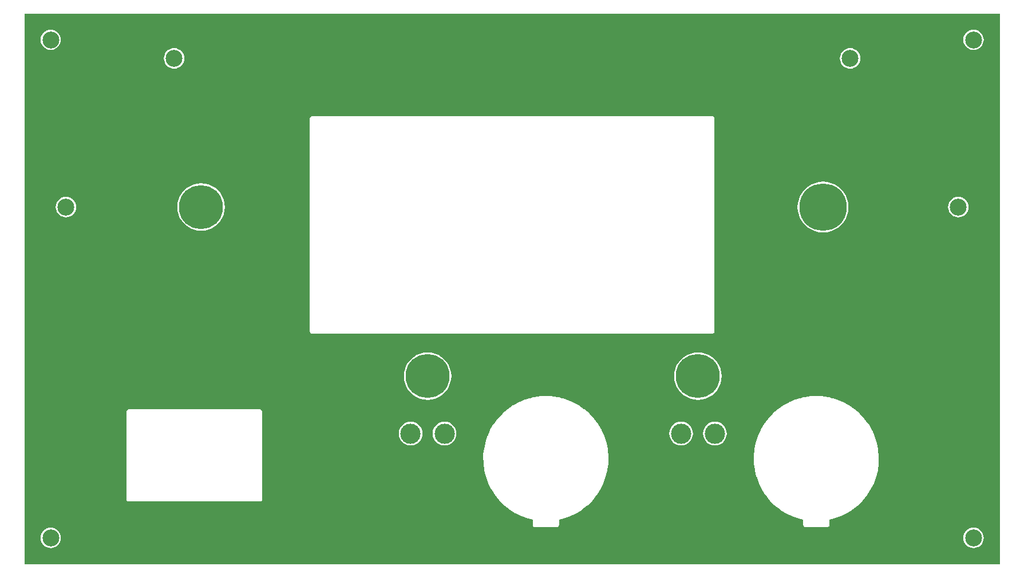
<source format=gbl>
G04*
G04 #@! TF.GenerationSoftware,Altium Limited,Altium Designer,20.1.11 (218)*
G04*
G04 Layer_Physical_Order=2*
G04 Layer_Color=16711680*
%FSLAX25Y25*%
%MOIN*%
G70*
G04*
G04 #@! TF.SameCoordinates,3044359D-6A74-43E1-AAAF-26A8050CFDDE*
G04*
G04*
G04 #@! TF.FilePolarity,Positive*
G04*
G01*
G75*
%ADD15C,0.25591*%
%ADD16C,0.09843*%
%ADD17C,0.27559*%
%ADD18C,0.11811*%
G36*
X551732Y-14725D02*
X-16299Y-14725D01*
X-16299Y306063D01*
X551732Y306063D01*
Y-14725D01*
D02*
G37*
%LPC*%
G36*
X536417Y296698D02*
X535256Y296584D01*
X534140Y296245D01*
X533112Y295695D01*
X532210Y294955D01*
X531470Y294054D01*
X530920Y293025D01*
X530582Y291909D01*
X530467Y290748D01*
X530582Y289587D01*
X530920Y288471D01*
X531470Y287442D01*
X532210Y286541D01*
X533112Y285801D01*
X534140Y285251D01*
X535256Y284912D01*
X536417Y284798D01*
X537578Y284912D01*
X538694Y285251D01*
X539723Y285801D01*
X540624Y286541D01*
X541364Y287442D01*
X541914Y288471D01*
X542253Y289587D01*
X542367Y290748D01*
X542253Y291909D01*
X541914Y293025D01*
X541364Y294054D01*
X540624Y294955D01*
X539723Y295695D01*
X538694Y296245D01*
X537578Y296584D01*
X536417Y296698D01*
D02*
G37*
G36*
X-984Y296698D02*
X-2145Y296584D01*
X-3261Y296245D01*
X-4290Y295695D01*
X-5192Y294955D01*
X-5932Y294054D01*
X-6481Y293025D01*
X-6820Y291909D01*
X-6934Y290748D01*
X-6820Y289587D01*
X-6481Y288471D01*
X-5932Y287442D01*
X-5192Y286541D01*
X-4290Y285801D01*
X-3261Y285251D01*
X-2145Y284912D01*
X-984Y284798D01*
X176Y284912D01*
X1292Y285251D01*
X2321Y285801D01*
X3223Y286541D01*
X3963Y287442D01*
X4513Y288471D01*
X4851Y289587D01*
X4966Y290748D01*
X4851Y291909D01*
X4513Y293025D01*
X3963Y294054D01*
X3223Y294955D01*
X2321Y295695D01*
X1292Y296245D01*
X176Y296584D01*
X-984Y296698D01*
D02*
G37*
G36*
X464567Y285871D02*
X463406Y285757D01*
X462290Y285418D01*
X461261Y284868D01*
X460360Y284128D01*
X459620Y283227D01*
X459070Y282198D01*
X458731Y281082D01*
X458617Y279921D01*
X458731Y278761D01*
X459070Y277644D01*
X459620Y276616D01*
X460360Y275714D01*
X461261Y274974D01*
X462290Y274424D01*
X463406Y274086D01*
X464567Y273971D01*
X465728Y274086D01*
X466844Y274424D01*
X467872Y274974D01*
X468774Y275714D01*
X469514Y276616D01*
X470064Y277644D01*
X470402Y278761D01*
X470517Y279921D01*
X470402Y281082D01*
X470064Y282198D01*
X469514Y283227D01*
X468774Y284128D01*
X467872Y284868D01*
X466844Y285418D01*
X465728Y285757D01*
X464567Y285871D01*
D02*
G37*
G36*
X70866Y285871D02*
X69705Y285757D01*
X68589Y285418D01*
X67560Y284868D01*
X66659Y284128D01*
X65919Y283227D01*
X65369Y282198D01*
X65030Y281082D01*
X64916Y279921D01*
X65030Y278760D01*
X65369Y277644D01*
X65919Y276616D01*
X66659Y275714D01*
X67560Y274974D01*
X68589Y274424D01*
X69705Y274086D01*
X70866Y273971D01*
X72027Y274086D01*
X73143Y274424D01*
X74172Y274974D01*
X75073Y275714D01*
X75813Y276616D01*
X76363Y277644D01*
X76702Y278760D01*
X76816Y279921D01*
X76702Y281082D01*
X76363Y282198D01*
X75813Y283227D01*
X75073Y284128D01*
X74172Y284868D01*
X73143Y285418D01*
X72027Y285757D01*
X70866Y285871D01*
D02*
G37*
G36*
X384055Y246303D02*
Y246299D01*
X151378Y246299D01*
Y246303D01*
X150834Y246195D01*
X150373Y245887D01*
X150065Y245426D01*
X149957Y244882D01*
X149961D01*
X149961Y120905D01*
X149957D01*
X150065Y120362D01*
X150373Y119901D01*
X150834Y119592D01*
X151378Y119484D01*
Y119488D01*
X384055Y119488D01*
Y119484D01*
X384599Y119593D01*
X385060Y119901D01*
X385368Y120362D01*
X385476Y120905D01*
X385472D01*
X385472Y244882D01*
X385476D01*
X385368Y245426D01*
X385060Y245887D01*
X384599Y246195D01*
X384055Y246303D01*
D02*
G37*
G36*
X527559Y199257D02*
X526398Y199143D01*
X525282Y198804D01*
X524253Y198254D01*
X523352Y197514D01*
X522612Y196613D01*
X522062Y195584D01*
X521723Y194468D01*
X521609Y193307D01*
X521723Y192146D01*
X522062Y191030D01*
X522612Y190001D01*
X523352Y189100D01*
X524253Y188360D01*
X525282Y187810D01*
X526398Y187471D01*
X527559Y187357D01*
X528720Y187471D01*
X529836Y187810D01*
X530864Y188360D01*
X531766Y189100D01*
X532506Y190001D01*
X533056Y191030D01*
X533394Y192146D01*
X533509Y193307D01*
X533394Y194468D01*
X533056Y195584D01*
X532506Y196613D01*
X531766Y197514D01*
X530864Y198254D01*
X529836Y198804D01*
X528720Y199143D01*
X527559Y199257D01*
D02*
G37*
G36*
X7874Y199257D02*
X6713Y199143D01*
X5597Y198804D01*
X4568Y198254D01*
X3667Y197514D01*
X2927Y196613D01*
X2377Y195584D01*
X2038Y194468D01*
X1924Y193307D01*
X2038Y192146D01*
X2377Y191030D01*
X2927Y190001D01*
X3667Y189100D01*
X4568Y188360D01*
X5597Y187810D01*
X6713Y187471D01*
X7874Y187357D01*
X9035Y187471D01*
X10151Y187810D01*
X11180Y188360D01*
X12081Y189100D01*
X12821Y190001D01*
X13371Y191030D01*
X13710Y192146D01*
X13824Y193307D01*
X13710Y194468D01*
X13371Y195584D01*
X12821Y196613D01*
X12081Y197514D01*
X11180Y198254D01*
X10151Y198804D01*
X9035Y199143D01*
X7874Y199257D01*
D02*
G37*
G36*
X86614Y207145D02*
X84449Y206975D01*
X82338Y206468D01*
X80332Y205637D01*
X78480Y204502D01*
X76829Y203092D01*
X75419Y201441D01*
X74284Y199589D01*
X73453Y197583D01*
X72947Y195472D01*
X72776Y193307D01*
X72947Y191142D01*
X73453Y189031D01*
X74284Y187025D01*
X75419Y185173D01*
X76829Y183522D01*
X78480Y182112D01*
X80332Y180977D01*
X82338Y180146D01*
X84449Y179639D01*
X86614Y179469D01*
X88779Y179639D01*
X90890Y180146D01*
X92896Y180977D01*
X94748Y182112D01*
X96399Y183522D01*
X97809Y185173D01*
X98944Y187025D01*
X99775Y189031D01*
X100282Y191142D01*
X100452Y193307D01*
X100282Y195472D01*
X99775Y197583D01*
X98944Y199589D01*
X97809Y201441D01*
X96399Y203092D01*
X94748Y204502D01*
X92896Y205637D01*
X90890Y206468D01*
X88779Y206975D01*
X86614Y207145D01*
D02*
G37*
G36*
X448819Y208132D02*
X446500Y207950D01*
X444238Y207407D01*
X442088Y206517D01*
X440105Y205301D01*
X438336Y203790D01*
X436825Y202021D01*
X435609Y200038D01*
X434719Y197888D01*
X434176Y195626D01*
X433994Y193307D01*
X434176Y190988D01*
X434719Y188726D01*
X435609Y186577D01*
X436825Y184593D01*
X438336Y182824D01*
X440105Y181313D01*
X442088Y180098D01*
X444238Y179207D01*
X446500Y178664D01*
X448819Y178482D01*
X451138Y178664D01*
X453400Y179207D01*
X455549Y180098D01*
X457533Y181313D01*
X459302Y182824D01*
X460813Y184593D01*
X462028Y186577D01*
X462918Y188726D01*
X463461Y190988D01*
X463644Y193307D01*
X463461Y195626D01*
X462918Y197888D01*
X462028Y200038D01*
X460813Y202021D01*
X459302Y203790D01*
X457533Y205301D01*
X455549Y206517D01*
X453400Y207407D01*
X451138Y207950D01*
X448819Y208132D01*
D02*
G37*
G36*
X444882Y83311D02*
X444831Y83301D01*
X444803Y83305D01*
X440967Y83094D01*
X440965Y83094D01*
X440963Y83094D01*
X440962Y83094D01*
X440888Y83074D01*
X440811Y83077D01*
X437019Y82447D01*
X436950Y82421D01*
X436878Y82416D01*
X436878Y82416D01*
X436876Y82415D01*
X436874Y82415D01*
X436873Y82415D01*
X436870Y82413D01*
X436867Y82413D01*
X433482Y81460D01*
X433167Y81371D01*
X433013Y81321D01*
X432550Y81131D01*
X429919Y80067D01*
X429455Y79882D01*
X429443Y79879D01*
X429425Y79867D01*
X429322Y79818D01*
X429322Y79818D01*
X429321Y79818D01*
X429320Y79817D01*
X429314Y79814D01*
X429027Y79659D01*
X425931Y77992D01*
X425930Y77991D01*
X425929Y77991D01*
X425928Y77991D01*
X425868Y77941D01*
X425840Y77928D01*
X425796Y77910D01*
X422634Y75729D01*
X422633Y75728D01*
X422633Y75728D01*
X422632Y75727D01*
X422577Y75671D01*
X422510Y75633D01*
X419603Y73117D01*
X419579Y73086D01*
X419526Y73050D01*
X419505Y73018D01*
X419491Y73009D01*
X416878Y70190D01*
X416840Y70127D01*
X416785Y70079D01*
X416785Y70079D01*
X416783Y70073D01*
X416778Y70070D01*
X414490Y66982D01*
X414489Y66979D01*
X414487Y66977D01*
X414486Y66977D01*
X414454Y66908D01*
X414404Y66852D01*
X412467Y63531D01*
X412442Y63457D01*
X412397Y63393D01*
X412396Y63392D01*
X412396Y63392D01*
X412396Y63392D01*
X410836Y59882D01*
X410836Y59882D01*
X410836Y59881D01*
X410834Y59873D01*
X410817Y59848D01*
X410803Y59776D01*
X410780Y59734D01*
X409613Y56073D01*
X409613Y56072D01*
X409613Y56071D01*
X409612Y56069D01*
X409603Y55992D01*
X409594Y55970D01*
X409574Y55920D01*
X408815Y52154D01*
Y52153D01*
X408815Y52152D01*
X408815Y52151D01*
X408814Y52078D01*
X408793Y52008D01*
X408793Y52007D01*
X408794Y52003D01*
X408793Y51998D01*
X408451Y48170D01*
X408452Y48166D01*
X408450Y48162D01*
X408450Y48161D01*
X408456Y48115D01*
X408442Y48044D01*
X408447Y48019D01*
X408446Y48014D01*
X408526Y44171D01*
X408543Y44095D01*
X408537Y44017D01*
X408538Y44016D01*
X408538Y44015D01*
X408538Y44015D01*
X409038Y40205D01*
X409063Y40130D01*
X409067Y40052D01*
X409982Y36318D01*
X410015Y36247D01*
X410027Y36169D01*
X411346Y32558D01*
X411356Y32541D01*
X411364Y32500D01*
X411393Y32457D01*
X411400Y32429D01*
X411401Y32429D01*
X411405Y32422D01*
X411407Y32415D01*
X413113Y28971D01*
X413115Y28969D01*
X413115Y28967D01*
X413115Y28966D01*
X413162Y28906D01*
X413190Y28835D01*
X413191Y28834D01*
X413191Y28834D01*
X415263Y25598D01*
X415263Y25598D01*
X415263Y25598D01*
X415264Y25597D01*
X415318Y25541D01*
X415354Y25472D01*
X417563Y22736D01*
X417769Y22481D01*
X417861Y22376D01*
X417867Y22367D01*
X417872Y22364D01*
X418228Y22014D01*
X420602Y19658D01*
X420600Y19656D01*
X420718Y19555D01*
X420974Y19351D01*
X420975Y19350D01*
X420976Y19350D01*
X423727Y17162D01*
X423794Y17127D01*
X423848Y17076D01*
X423849Y17075D01*
X423852Y17074D01*
X423854Y17071D01*
X427106Y15023D01*
X427107Y15023D01*
X427108Y15022D01*
X427109Y15022D01*
X427179Y14995D01*
X427239Y14949D01*
X427241Y14948D01*
X427242Y14948D01*
X427244Y14947D01*
X430699Y13268D01*
X430730Y13260D01*
X430776Y13229D01*
X430822Y13220D01*
X430844Y13207D01*
X434465Y11916D01*
X434542Y11904D01*
X434614Y11872D01*
X437264Y11243D01*
Y8268D01*
X437260D01*
X437368Y7724D01*
X437676Y7263D01*
X438137Y6955D01*
X438681Y6847D01*
Y6850D01*
X451083D01*
Y6847D01*
X451626Y6955D01*
X452087Y7263D01*
X452395Y7724D01*
X452504Y8268D01*
X452500D01*
Y11243D01*
X455150Y11872D01*
X455222Y11904D01*
X455299Y11916D01*
X458920Y13207D01*
X458941Y13220D01*
X458988Y13229D01*
X459034Y13260D01*
X459064Y13268D01*
X459065Y13268D01*
X459065Y13268D01*
X459067Y13269D01*
X459067Y13269D01*
X462520Y14947D01*
X462521Y14948D01*
X462523Y14948D01*
X462524Y14949D01*
X462584Y14995D01*
X462655Y15022D01*
X462655Y15022D01*
X462656Y15023D01*
X462657Y15023D01*
X465909Y17071D01*
X465912Y17074D01*
X465915Y17075D01*
X465916Y17076D01*
X465970Y17127D01*
X466037Y17162D01*
X468788Y19350D01*
X468788Y19350D01*
X468789Y19351D01*
X469045Y19555D01*
X469164Y19656D01*
X469162Y19658D01*
X471535Y22014D01*
X471892Y22364D01*
X471897Y22367D01*
X471903Y22376D01*
X471994Y22481D01*
X472200Y22736D01*
X474410Y25472D01*
X474446Y25541D01*
X474500Y25597D01*
X474500Y25598D01*
X474501Y25598D01*
X474501Y25598D01*
X476574Y28835D01*
X476602Y28906D01*
X476648Y28966D01*
X476649Y28967D01*
X476649Y28969D01*
X476651Y28971D01*
X478357Y32415D01*
X478359Y32423D01*
X478363Y32429D01*
X478363Y32429D01*
X478370Y32457D01*
X478400Y32500D01*
X478408Y32541D01*
X478418Y32558D01*
X479737Y36169D01*
X479748Y36247D01*
X479782Y36318D01*
X480697Y40052D01*
X480700Y40129D01*
X480725Y40203D01*
X480725Y40205D01*
X480725Y40205D01*
X480726Y40205D01*
X481187Y43722D01*
X481226Y44015D01*
X481226Y44015D01*
X481226Y44016D01*
X481242Y44201D01*
X481249Y44698D01*
X481318Y48014D01*
X481317Y48019D01*
X481322Y48044D01*
X481308Y48115D01*
X481313Y48161D01*
X481313Y48162D01*
X481312Y48166D01*
X481312Y48170D01*
X480971Y51998D01*
X480970Y52003D01*
X480970Y52007D01*
X480970Y52008D01*
X480949Y52078D01*
X480949Y52151D01*
X480949Y52152D01*
X480948Y52153D01*
Y52154D01*
X480190Y55920D01*
X480169Y55970D01*
X480160Y55992D01*
X480152Y56069D01*
X480151Y56071D01*
X480151Y56072D01*
X480151Y56073D01*
X478984Y59734D01*
X478982Y59737D01*
X478961Y59776D01*
X478946Y59848D01*
X478930Y59873D01*
X478928Y59881D01*
X478928Y59882D01*
X478927Y59882D01*
X477367Y63392D01*
X477367Y63392D01*
X477367Y63392D01*
X477367Y63393D01*
X477322Y63457D01*
X477296Y63531D01*
X475359Y66852D01*
X475309Y66908D01*
X475277Y66977D01*
X475277Y66977D01*
X475275Y66979D01*
X475273Y66982D01*
X472985Y70070D01*
X472981Y70073D01*
X472978Y70079D01*
X472978Y70079D01*
X472924Y70127D01*
X472886Y70190D01*
X470272Y73009D01*
X470259Y73018D01*
X470238Y73050D01*
X470185Y73086D01*
X470160Y73117D01*
X467254Y75633D01*
X467185Y75672D01*
X467131Y75728D01*
X463966Y77910D01*
X463895Y77941D01*
X463835Y77991D01*
X463835Y77991D01*
X463834Y77991D01*
X463833Y77992D01*
X460731Y79662D01*
X460449Y79814D01*
X460443Y79817D01*
X460442Y79818D01*
X460442Y79818D01*
X460442Y79818D01*
X460345Y79863D01*
X460321Y79879D01*
X460302Y79883D01*
X459840Y80069D01*
X456752Y81318D01*
X456751Y81321D01*
X456596Y81371D01*
X456287Y81458D01*
X452897Y82413D01*
X452893Y82413D01*
X452890Y82415D01*
X452890Y82415D01*
X452888Y82415D01*
X452886Y82416D01*
X452885Y82416D01*
X452813Y82421D01*
X452745Y82447D01*
X448952Y83077D01*
X448876Y83074D01*
X448802Y83094D01*
X448801Y83094D01*
X448799Y83094D01*
X448797Y83094D01*
X444961Y83305D01*
X444933Y83301D01*
X444882Y83311D01*
D02*
G37*
G36*
X287402Y83311D02*
X287351Y83301D01*
X287322Y83305D01*
X283487Y83094D01*
X283484Y83093D01*
X283482Y83094D01*
X283481Y83094D01*
X283407Y83074D01*
X283331Y83077D01*
X279538Y82447D01*
X279470Y82421D01*
X279398Y82416D01*
X279398Y82416D01*
X279396Y82415D01*
X279394Y82415D01*
X279393Y82415D01*
X279390Y82413D01*
X279386Y82413D01*
X276002Y81460D01*
X275687Y81371D01*
X275532Y81321D01*
X275070Y81131D01*
X272439Y80067D01*
X271975Y79882D01*
X271963Y79879D01*
X271944Y79867D01*
X271834Y79814D01*
X271546Y79659D01*
X268450Y77991D01*
X268389Y77942D01*
X268317Y77910D01*
X265153Y75728D01*
X265098Y75672D01*
X265030Y75633D01*
X262123Y73117D01*
X262099Y73086D01*
X262046Y73050D01*
X262024Y73018D01*
X262011Y73009D01*
X259398Y70190D01*
X259393Y70182D01*
X259386Y70176D01*
X259385Y70176D01*
X259385Y70175D01*
X259383Y70174D01*
X259383Y70174D01*
X259352Y70121D01*
X259305Y70079D01*
X259305Y70079D01*
X259302Y70073D01*
X259298Y70070D01*
X257010Y66982D01*
X257009Y66979D01*
X257006Y66977D01*
X257006Y66977D01*
X256974Y66908D01*
X256924Y66852D01*
X254987Y63531D01*
X254962Y63457D01*
X254917Y63393D01*
X254916Y63392D01*
X254916Y63392D01*
X254916Y63391D01*
X253356Y59881D01*
X253355Y59880D01*
X253354Y59878D01*
X253354Y59877D01*
X253352Y59871D01*
X253337Y59848D01*
X253323Y59776D01*
X253299Y59734D01*
X252133Y56072D01*
X252133Y56072D01*
X252132Y56071D01*
X252132Y56069D01*
X252123Y55992D01*
X252114Y55970D01*
X252093Y55920D01*
X251335Y52154D01*
Y52153D01*
X251335Y52152D01*
X251334Y52151D01*
X251334Y52078D01*
X251313Y52008D01*
X251313Y52007D01*
X251314Y52003D01*
X251312Y51998D01*
X250971Y48170D01*
X250971Y48166D01*
X250970Y48162D01*
X250970Y48161D01*
X250975Y48115D01*
X250961Y48044D01*
X250966Y48019D01*
X250965Y48014D01*
X251045Y44171D01*
X251062Y44094D01*
X251057Y44016D01*
X251558Y40205D01*
X251558Y40205D01*
X251558Y40205D01*
X251558Y40203D01*
X251583Y40129D01*
X251587Y40052D01*
X252502Y36318D01*
X252535Y36247D01*
X252547Y36169D01*
X253865Y32558D01*
X253876Y32541D01*
X253884Y32500D01*
X253917Y32450D01*
X253927Y32415D01*
X255633Y28970D01*
X255681Y28908D01*
X255710Y28835D01*
X257782Y25598D01*
X257783Y25598D01*
X257783Y25598D01*
X257784Y25597D01*
X257838Y25541D01*
X257874Y25472D01*
X260083Y22736D01*
X260289Y22481D01*
X260381Y22376D01*
X260387Y22367D01*
X260391Y22364D01*
X260748Y22014D01*
X263122Y19658D01*
X263120Y19656D01*
X263238Y19555D01*
X263494Y19351D01*
X263495Y19350D01*
X263495Y19350D01*
X266247Y17162D01*
X266314Y17127D01*
X266368Y17075D01*
X266368Y17075D01*
X266372Y17074D01*
X266374Y17071D01*
X269626Y15023D01*
X269627Y15023D01*
X269628Y15022D01*
X269628Y15022D01*
X269699Y14995D01*
X269759Y14949D01*
X269761Y14948D01*
X269762Y14948D01*
X269763Y14947D01*
X273219Y13268D01*
X273250Y13260D01*
X273295Y13229D01*
X273342Y13220D01*
X273363Y13207D01*
X276984Y11916D01*
X277062Y11904D01*
X277133Y11872D01*
X279784Y11243D01*
Y8268D01*
X279780D01*
X279888Y7724D01*
X280196Y7263D01*
X280657Y6955D01*
X281201Y6847D01*
Y6850D01*
X293602D01*
Y6847D01*
X294146Y6955D01*
X294607Y7263D01*
X294915Y7724D01*
X295023Y8268D01*
X295020D01*
Y11243D01*
X297670Y11872D01*
X297741Y11904D01*
X297819Y11916D01*
X301440Y13207D01*
X301461Y13220D01*
X301507Y13229D01*
X301553Y13260D01*
X301584Y13268D01*
X305040Y14947D01*
X305041Y14948D01*
X305042Y14948D01*
X305044Y14949D01*
X305104Y14995D01*
X305175Y15022D01*
X305175Y15022D01*
X305176Y15023D01*
X305177Y15023D01*
X308429Y17071D01*
X308431Y17074D01*
X308435Y17075D01*
X308435Y17075D01*
X308489Y17127D01*
X308556Y17162D01*
X311308Y19350D01*
X311308Y19350D01*
X311309Y19351D01*
X311565Y19555D01*
X311683Y19656D01*
X311681Y19658D01*
X314055Y22014D01*
X314412Y22364D01*
X314416Y22367D01*
X314422Y22376D01*
X314514Y22481D01*
X314720Y22736D01*
X316929Y25472D01*
X316965Y25541D01*
X317019Y25597D01*
X317020Y25598D01*
X317020Y25598D01*
X317021Y25598D01*
X319093Y28835D01*
X319121Y28906D01*
X319168Y28966D01*
X319168Y28967D01*
X319169Y28969D01*
X319170Y28971D01*
X320876Y32415D01*
X320878Y32422D01*
X320883Y32429D01*
X320883Y32429D01*
X320890Y32457D01*
X320919Y32500D01*
X320928Y32542D01*
X320938Y32559D01*
X320938Y32560D01*
X322256Y36168D01*
X322256Y36169D01*
X322256Y36169D01*
X322256Y36170D01*
X322268Y36247D01*
X322301Y36318D01*
X323217Y40052D01*
X323220Y40129D01*
X323245Y40203D01*
X323245Y40205D01*
X323245Y40205D01*
X323245Y40205D01*
X323707Y43722D01*
X323746Y44015D01*
X323746Y44015D01*
X323746Y44016D01*
X323762Y44201D01*
X323768Y44698D01*
X323837Y48014D01*
X323837Y48019D01*
X323842Y48044D01*
X323828Y48115D01*
X323833Y48161D01*
X323833Y48162D01*
X323832Y48166D01*
X323832Y48170D01*
X323491Y51998D01*
X323489Y52003D01*
X323490Y52007D01*
X323490Y52008D01*
X323469Y52078D01*
X323469Y52151D01*
X323468Y52152D01*
X323468Y52153D01*
Y52154D01*
X322710Y55920D01*
X322691Y55966D01*
X322680Y55992D01*
X322671Y56069D01*
X322671Y56071D01*
X322670Y56072D01*
X322670Y56072D01*
X321504Y59734D01*
X321502Y59737D01*
X321480Y59776D01*
X321466Y59848D01*
X321449Y59873D01*
X321448Y59881D01*
X319887Y63391D01*
X319887Y63392D01*
X319887Y63392D01*
X319886Y63393D01*
X319841Y63457D01*
X319816Y63531D01*
X317879Y66852D01*
X317829Y66908D01*
X317797Y66977D01*
X317797Y66977D01*
X317795Y66978D01*
X317795Y66980D01*
X317794Y66980D01*
X317794Y66981D01*
X317793Y66982D01*
X315506Y70068D01*
X315506Y70069D01*
X315506Y70069D01*
X315505Y70070D01*
X315454Y70116D01*
X315420Y70174D01*
X315420Y70174D01*
X315418Y70175D01*
X315418Y70176D01*
X315417Y70176D01*
X315410Y70182D01*
X315405Y70190D01*
X312792Y73009D01*
X312779Y73018D01*
X312757Y73050D01*
X312704Y73086D01*
X312680Y73117D01*
X309773Y75633D01*
X309705Y75672D01*
X309650Y75728D01*
X306486Y77910D01*
X306414Y77942D01*
X306353Y77991D01*
X303257Y79659D01*
X302968Y79814D01*
X302859Y79867D01*
X302840Y79879D01*
X302828Y79882D01*
X302364Y80067D01*
X299272Y81318D01*
X299271Y81321D01*
X299116Y81371D01*
X298801Y81460D01*
X295417Y82413D01*
X295413Y82413D01*
X295411Y82415D01*
X295410Y82415D01*
X295407Y82415D01*
X295405Y82416D01*
X295404Y82416D01*
X295332Y82421D01*
X295264Y82447D01*
X291472Y83077D01*
X291396Y83074D01*
X291322Y83094D01*
X291321Y83094D01*
X291319Y83093D01*
X291317Y83094D01*
X287480Y83305D01*
X287452Y83301D01*
X287402Y83311D01*
D02*
G37*
G36*
X375984Y108720D02*
X373819Y108549D01*
X371708Y108043D01*
X369702Y107212D01*
X367850Y106077D01*
X366199Y104667D01*
X364789Y103016D01*
X363654Y101164D01*
X362824Y99158D01*
X362317Y97047D01*
X362146Y94882D01*
X362317Y92717D01*
X362824Y90606D01*
X363654Y88600D01*
X364789Y86748D01*
X366199Y85097D01*
X367850Y83687D01*
X369702Y82552D01*
X371708Y81721D01*
X373819Y81214D01*
X375984Y81044D01*
X378149Y81214D01*
X380260Y81721D01*
X382266Y82552D01*
X384118Y83687D01*
X385769Y85097D01*
X387179Y86748D01*
X388314Y88600D01*
X389145Y90606D01*
X389652Y92717D01*
X389822Y94882D01*
X389652Y97047D01*
X389145Y99158D01*
X388314Y101164D01*
X387179Y103016D01*
X385769Y104667D01*
X384118Y106077D01*
X382266Y107212D01*
X380260Y108043D01*
X378149Y108549D01*
X375984Y108720D01*
D02*
G37*
G36*
X218504Y108720D02*
X216339Y108549D01*
X214228Y108043D01*
X212222Y107211D01*
X210370Y106077D01*
X208719Y104667D01*
X207309Y103016D01*
X206174Y101164D01*
X205343Y99158D01*
X204836Y97047D01*
X204666Y94882D01*
X204836Y92717D01*
X205343Y90606D01*
X206174Y88599D01*
X207309Y86748D01*
X208719Y85097D01*
X210370Y83687D01*
X212222Y82552D01*
X214228Y81721D01*
X216339Y81214D01*
X218504Y81044D01*
X220669Y81214D01*
X222780Y81721D01*
X224786Y82552D01*
X226638Y83687D01*
X228289Y85097D01*
X229699Y86748D01*
X230834Y88599D01*
X231664Y90606D01*
X232171Y92717D01*
X232342Y94882D01*
X232171Y97047D01*
X231664Y99158D01*
X230834Y101164D01*
X229699Y103016D01*
X228289Y104667D01*
X226638Y106077D01*
X224786Y107211D01*
X222780Y108043D01*
X220669Y108549D01*
X218504Y108720D01*
D02*
G37*
G36*
X120866Y75437D02*
Y75433D01*
X44488Y75433D01*
Y75437D01*
X43944Y75329D01*
X43483Y75020D01*
X43175Y74559D01*
X43067Y74016D01*
X43071D01*
X43071Y23228D01*
X43067D01*
X43175Y22684D01*
X43483Y22223D01*
X43944Y21915D01*
X44488Y21807D01*
Y21811D01*
X120866Y21811D01*
Y21807D01*
X121410Y21915D01*
X121871Y22223D01*
X122179Y22684D01*
X122287Y23228D01*
X122283D01*
X122283Y74016D01*
X122287D01*
X122179Y74559D01*
X121871Y75021D01*
X121410Y75329D01*
X120866Y75437D01*
D02*
G37*
G36*
X385827Y68356D02*
X384473Y68223D01*
X383171Y67828D01*
X381972Y67187D01*
X380920Y66324D01*
X380057Y65272D01*
X379416Y64073D01*
X379021Y62771D01*
X378888Y61417D01*
X379021Y60064D01*
X379416Y58762D01*
X380057Y57562D01*
X380920Y56511D01*
X381972Y55648D01*
X383171Y55007D01*
X384473Y54612D01*
X385827Y54478D01*
X387180Y54612D01*
X388482Y55007D01*
X389682Y55648D01*
X390733Y56511D01*
X391596Y57562D01*
X392237Y58762D01*
X392632Y60064D01*
X392766Y61417D01*
X392632Y62771D01*
X392237Y64073D01*
X391596Y65272D01*
X390733Y66324D01*
X389682Y67187D01*
X388482Y67828D01*
X387180Y68223D01*
X385827Y68356D01*
D02*
G37*
G36*
X366142Y68356D02*
X364788Y68223D01*
X363486Y67828D01*
X362287Y67187D01*
X361235Y66324D01*
X360372Y65272D01*
X359731Y64073D01*
X359336Y62771D01*
X359203Y61417D01*
X359336Y60064D01*
X359731Y58762D01*
X360372Y57562D01*
X361235Y56511D01*
X362287Y55648D01*
X363486Y55007D01*
X364788Y54612D01*
X366142Y54478D01*
X367495Y54612D01*
X368797Y55007D01*
X369997Y55648D01*
X371048Y56511D01*
X371911Y57562D01*
X372552Y58762D01*
X372947Y60064D01*
X373081Y61417D01*
X372947Y62771D01*
X372552Y64073D01*
X371911Y65272D01*
X371048Y66324D01*
X369997Y67187D01*
X368797Y67828D01*
X367495Y68223D01*
X366142Y68356D01*
D02*
G37*
G36*
X228346Y68356D02*
X226993Y68223D01*
X225691Y67828D01*
X224491Y67187D01*
X223440Y66324D01*
X222577Y65272D01*
X221936Y64073D01*
X221541Y62771D01*
X221407Y61417D01*
X221541Y60063D01*
X221936Y58762D01*
X222577Y57562D01*
X223440Y56511D01*
X224491Y55648D01*
X225691Y55006D01*
X226993Y54612D01*
X228346Y54478D01*
X229700Y54612D01*
X231002Y55006D01*
X232201Y55648D01*
X233253Y56511D01*
X234116Y57562D01*
X234757Y58762D01*
X235152Y60063D01*
X235285Y61417D01*
X235152Y62771D01*
X234757Y64073D01*
X234116Y65272D01*
X233253Y66324D01*
X232201Y67187D01*
X231002Y67828D01*
X229700Y68223D01*
X228346Y68356D01*
D02*
G37*
G36*
X208661D02*
X207308Y68223D01*
X206006Y67828D01*
X204806Y67187D01*
X203755Y66324D01*
X202892Y65272D01*
X202251Y64073D01*
X201856Y62771D01*
X201722Y61417D01*
X201856Y60063D01*
X202251Y58762D01*
X202892Y57562D01*
X203755Y56511D01*
X204806Y55648D01*
X206006Y55006D01*
X207308Y54612D01*
X208661Y54478D01*
X210015Y54612D01*
X211317Y55006D01*
X212516Y55648D01*
X213568Y56511D01*
X214431Y57562D01*
X215072Y58762D01*
X215467Y60063D01*
X215600Y61417D01*
X215467Y62771D01*
X215072Y64073D01*
X214431Y65272D01*
X213568Y66324D01*
X212516Y67187D01*
X211317Y67828D01*
X210015Y68223D01*
X208661Y68356D01*
D02*
G37*
G36*
X536417Y6540D02*
X535256Y6426D01*
X534140Y6088D01*
X533112Y5538D01*
X532210Y4798D01*
X531470Y3896D01*
X530920Y2867D01*
X530582Y1751D01*
X530467Y591D01*
X530582Y-570D01*
X530920Y-1686D01*
X531470Y-2715D01*
X532210Y-3617D01*
X533112Y-4357D01*
X534140Y-4907D01*
X535256Y-5245D01*
X536417Y-5359D01*
X537578Y-5245D01*
X538694Y-4907D01*
X539723Y-4357D01*
X540625Y-3617D01*
X541364Y-2715D01*
X541914Y-1686D01*
X542253Y-570D01*
X542367Y591D01*
X542253Y1751D01*
X541914Y2867D01*
X541364Y3896D01*
X540625Y4798D01*
X539723Y5538D01*
X538694Y6088D01*
X537578Y6426D01*
X536417Y6540D01*
D02*
G37*
G36*
X-984Y6540D02*
X-2145Y6426D01*
X-3261Y6087D01*
X-4290Y5538D01*
X-5192Y4798D01*
X-5931Y3896D01*
X-6481Y2867D01*
X-6820Y1751D01*
X-6934Y590D01*
X-6820Y-570D01*
X-6481Y-1687D01*
X-5931Y-2715D01*
X-5192Y-3617D01*
X-4290Y-4357D01*
X-3261Y-4907D01*
X-2145Y-5245D01*
X-984Y-5359D01*
X176Y-5245D01*
X1293Y-4907D01*
X2321Y-4357D01*
X3223Y-3617D01*
X3963Y-2715D01*
X4513Y-1687D01*
X4851Y-570D01*
X4966Y590D01*
X4851Y1751D01*
X4513Y2867D01*
X3963Y3896D01*
X3223Y4798D01*
X2321Y5538D01*
X1293Y6087D01*
X176Y6426D01*
X-984Y6540D01*
D02*
G37*
%LPD*%
D15*
X375984Y94882D02*
D03*
X218504Y94882D02*
D03*
X86614Y193307D02*
D03*
D16*
X464567Y279921D02*
D03*
X527559Y193307D02*
D03*
X536417Y591D02*
D03*
X-984Y590D02*
D03*
X-984Y290748D02*
D03*
X536417Y290748D02*
D03*
X7874Y193307D02*
D03*
X70866Y279921D02*
D03*
D17*
X448819Y193307D02*
D03*
D18*
X366142Y61417D02*
D03*
X208661Y61417D02*
D03*
X228346D02*
D03*
X385827Y61417D02*
D03*
M02*

</source>
